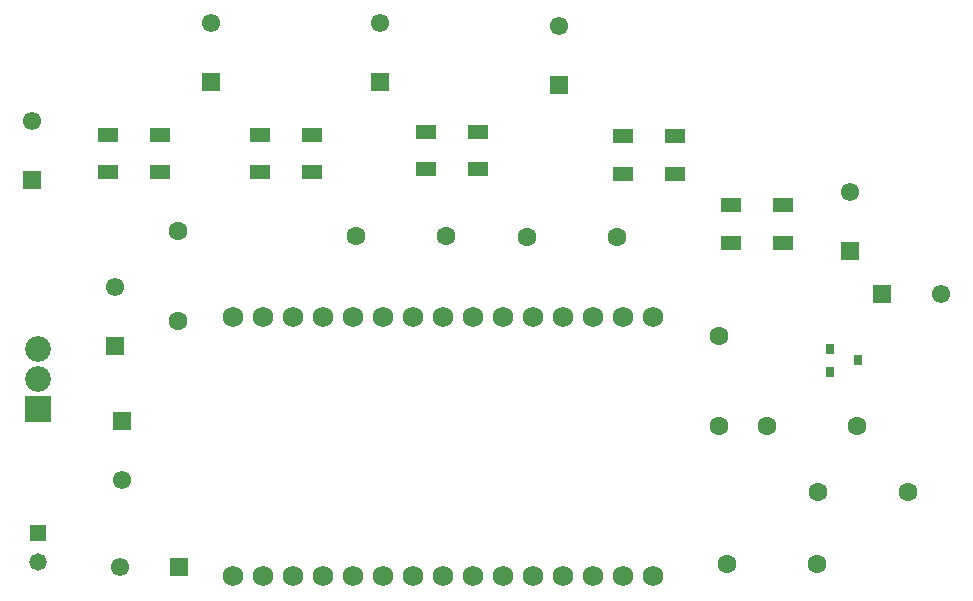
<source format=gts>
G04*
G04 #@! TF.GenerationSoftware,Altium Limited,Altium Designer,21.4.1 (30)*
G04*
G04 Layer_Color=8388736*
%FSLAX44Y44*%
%MOMM*%
G71*
G04*
G04 #@! TF.SameCoordinates,70A570FA-FAE6-4AEE-A749-F6A98553B2A2*
G04*
G04*
G04 #@! TF.FilePolarity,Negative*
G04*
G01*
G75*
%ADD12R,0.7782X0.8232*%
%ADD13R,1.7032X1.2032*%
%ADD14C,1.6032*%
%ADD15R,1.5532X1.5532*%
%ADD16C,1.5532*%
%ADD17C,1.7332*%
%ADD18R,1.5532X1.5532*%
%ADD19R,2.1832X2.1832*%
%ADD20C,2.1832*%
%ADD21R,1.4782X1.4782*%
%ADD22C,1.4782*%
D12*
X1104450Y638150D02*
D03*
Y619150D02*
D03*
X1128210Y628650D02*
D03*
D13*
X1020670Y760220D02*
D03*
Y728220D02*
D03*
X1064670D02*
D03*
Y760220D02*
D03*
X973230Y786640D02*
D03*
Y818640D02*
D03*
X929230D02*
D03*
Y786640D02*
D03*
X806860Y790450D02*
D03*
Y822450D02*
D03*
X762860D02*
D03*
Y790450D02*
D03*
X665890Y787910D02*
D03*
Y819910D02*
D03*
X621890D02*
D03*
Y787910D02*
D03*
X537620D02*
D03*
Y819910D02*
D03*
X493620D02*
D03*
Y787910D02*
D03*
D14*
X1093470Y455930D02*
D03*
X1017270D02*
D03*
X1170940Y516890D02*
D03*
X1094740D02*
D03*
X703580Y734060D02*
D03*
X779780D02*
D03*
X1010920Y572770D02*
D03*
Y648970D02*
D03*
X1127760Y572770D02*
D03*
X1051560D02*
D03*
X924560Y732790D02*
D03*
X848360D02*
D03*
X552450Y661670D02*
D03*
Y737870D02*
D03*
D15*
X505460Y577140D02*
D03*
X499110Y640480D02*
D03*
X1121410Y721330D02*
D03*
X875030Y861460D02*
D03*
X723900Y864400D02*
D03*
X429260Y781450D02*
D03*
X580390Y864000D02*
D03*
D16*
X505460Y527140D02*
D03*
X499110Y690480D02*
D03*
X1198480Y684530D02*
D03*
X503320Y453390D02*
D03*
X1121410Y771330D02*
D03*
X875030Y911460D02*
D03*
X723900Y914400D02*
D03*
X429260Y831450D02*
D03*
X580390Y914000D02*
D03*
D17*
X955040Y665480D02*
D03*
X929640D02*
D03*
X904240D02*
D03*
X878840D02*
D03*
X853440D02*
D03*
X828040D02*
D03*
X802640D02*
D03*
X777240D02*
D03*
X751840D02*
D03*
X726440D02*
D03*
X701040D02*
D03*
X675640D02*
D03*
X650240D02*
D03*
X624840D02*
D03*
X599440D02*
D03*
X955040Y445770D02*
D03*
X929640D02*
D03*
X904240D02*
D03*
X878840D02*
D03*
X853440D02*
D03*
X828040D02*
D03*
X802640D02*
D03*
X777240D02*
D03*
X751840D02*
D03*
X726440D02*
D03*
X701040D02*
D03*
X675640D02*
D03*
X650240D02*
D03*
X624840D02*
D03*
X599440D02*
D03*
D18*
X1148480Y684530D02*
D03*
X553320Y453390D02*
D03*
D19*
X434340Y587500D02*
D03*
D20*
Y613000D02*
D03*
Y638500D02*
D03*
D21*
X434340Y482600D02*
D03*
D22*
Y457600D02*
D03*
M02*

</source>
